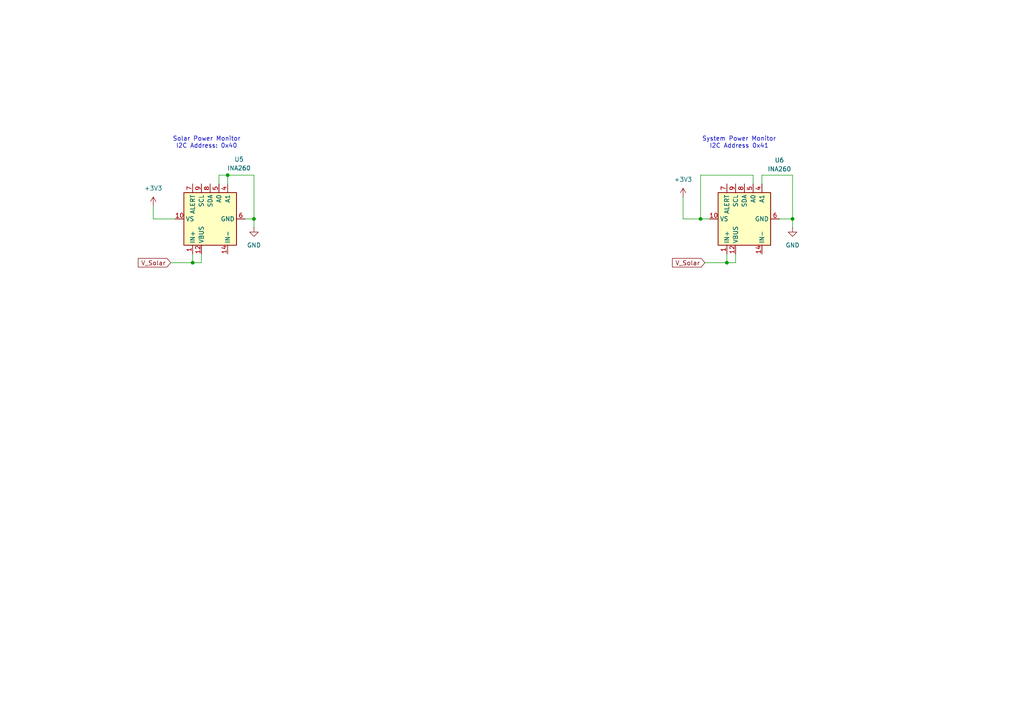
<source format=kicad_sch>
(kicad_sch (version 20250114) (generator "eeschema") (generator_version "9.0")
  (paper "A4")
  (lib_symbols
    (symbol "Sensor:INA260"
      (property "Reference" "U" (at -6.35 8.89 0))
      (property "Value" "INA260" (at 2.54 8.89 0))
      (symbol "INA260_0_1"
        (rectangle (start -7.62 7.62) (end 7.62 -7.62) (stroke (width 0.254)) (fill (type background)))
      )
      (symbol "INA260_1_1"
        (pin passive line (at -10.16 5.08 0) (length 2.54) (name "IN+") (number "1"))
        (pin passive line (at -10.16 5.08 0) (length 2.54) (hide yes) (name "IN+") (number "2"))
        (pin passive line (at -10.16 5.08 0) (length 2.54) (hide yes) (name "IN+") (number "3"))
        (pin passive line (at -10.16 2.54 0) (length 2.54) (name "VBUS") (number "12"))
        (pin passive line (at -10.16 -5.08 0) (length 2.54) (name "IN-") (number "14"))
        (pin passive line (at -10.16 -5.08 0) (length 2.54) (hide yes) (name "IN-") (number "15"))
        (pin passive line (at -10.16 -5.08 0) (length 2.54) (hide yes) (name "IN-") (number "16"))
        (pin power_in line (at 0 10.16 270) (length 2.54) (name "VS") (number "10"))
        (pin passive line (at 0 -10.16 90) (length 2.54) (hide yes) (name "GND") (number "11"))
        (pin power_in line (at 0 -10.16 90) (length 2.54) (name "GND") (number "6"))
        (pin no_connect line (at 2.54 -7.62 90) (length 2.54) (hide yes) (name "NC") (number "13"))
        (pin open_collector line (at 10.16 5.08 180) (length 2.54) (name "ALERT") (number "7"))
        (pin input line (at 10.16 2.54 180) (length 2.54) (name "SCL") (number "9"))
        (pin bidirectional line (at 10.16 0 180) (length 2.54) (name "SDA") (number "8"))
        (pin input line (at 10.16 -2.54 180) (length 2.54) (name "A0") (number "5"))
        (pin input line (at 10.16 -5.08 180) (length 2.54) (name "A1") (number "4"))
      )
    )
    (symbol "power:+3V3" (power) (pin_numbers (hide yes)) (pin_names (offset 0) (hide yes))
      (property "Value" "+3V3" (at 0 3.556 0))
      (symbol "+3V3_0_1"
        (polyline (pts (xy -0.762 1.27) (xy 0 2.54)))
        (polyline (pts (xy 0 2.54) (xy 0.762 1.27)))
        (polyline (pts (xy 0 0) (xy 0 2.54)))
      )
      (symbol "+3V3_1_1"
        (pin power_in line (at 0 0 90) (length 0) (name "~") (number "1"))
      )
    )
    (symbol "power:GND" (power) (pin_numbers (hide yes)) (pin_names (offset 0) (hide yes))
      (property "Value" "GND" (at 0 -3.81 0))
      (symbol "GND_0_1"
        (polyline (pts (xy 0 0) (xy 0 -1.27) (xy 1.27 -1.27) (xy 0 -2.54) (xy -1.27 -1.27) (xy 0 -1.27)))
      )
      (symbol "GND_1_1"
        (pin power_in line (at 0 0 270) (length 0) (name "~") (number "1"))
      )
    )
  )
  (text "Solar Power Monitor\nI2C Address: 0x40\n" (at 59.944 41.402 0) (effects (font (size 1.27 1.27))))
  (text "System Power Monitor\nI2C Address 0x41" (at 214.376 41.402 0) (effects (font (size 1.27 1.27))))
  (junction (at 73.66 63.5))
  (junction (at 229.87 63.5))
  (junction (at 210.82 76.2))
  (junction (at 55.88 76.2))
  (junction (at 203.2 63.5))
  (junction (at 66.04 50.8))
  (wire (pts (xy 66.04 50.8) (xy 73.66 50.8)))
  (wire (pts (xy 226.06 63.5) (xy 229.87 63.5)))
  (wire (pts (xy 203.2 50.8) (xy 203.2 63.5)))
  (wire (pts (xy 203.2 63.5) (xy 198.12 63.5)))
  (wire (pts (xy 63.5 50.8) (xy 66.04 50.8)))
  (wire (pts (xy 204.47 76.2) (xy 210.82 76.2)))
  (wire (pts (xy 63.5 53.34) (xy 63.5 50.8)))
  (wire (pts (xy 203.2 63.5) (xy 205.74 63.5)))
  (wire (pts (xy 71.12 63.5) (xy 73.66 63.5)))
  (wire (pts (xy 220.98 50.8) (xy 229.87 50.8)))
  (wire (pts (xy 198.12 63.5) (xy 198.12 57.15)))
  (wire (pts (xy 58.42 73.66) (xy 58.42 76.2)))
  (wire (pts (xy 218.44 50.8) (xy 203.2 50.8)))
  (wire (pts (xy 66.04 50.8) (xy 66.04 53.34)))
  (wire (pts (xy 220.98 53.34) (xy 220.98 50.8)))
  (wire (pts (xy 218.44 53.34) (xy 218.44 50.8)))
  (wire (pts (xy 58.42 76.2) (xy 55.88 76.2)))
  (wire (pts (xy 210.82 76.2) (xy 210.82 73.66)))
  (wire (pts (xy 213.36 73.66) (xy 213.36 76.2)))
  (wire (pts (xy 229.87 50.8) (xy 229.87 63.5)))
  (wire (pts (xy 229.87 63.5) (xy 229.87 66.04)))
  (wire (pts (xy 55.88 76.2) (xy 55.88 73.66)))
  (wire (pts (xy 49.53 76.2) (xy 55.88 76.2)))
  (wire (pts (xy 73.66 63.5) (xy 73.66 66.04)))
  (wire (pts (xy 213.36 76.2) (xy 210.82 76.2)))
  (wire (pts (xy 73.66 50.8) (xy 73.66 63.5)))
  (wire (pts (xy 44.45 59.69) (xy 44.45 63.5)))
  (wire (pts (xy 44.45 63.5) (xy 50.8 63.5)))
  (global_label "V_Solar" (shape input) (at 49.53 76.2 180) (property "Intersheetrefs" "${INTERSHEET_REFS}" (effects (hide yes))))
  (global_label "V_Solar" (shape input) (at 204.47 76.2 180) (property "Intersheetrefs" "${INTERSHEET_REFS}" (effects (hide yes))))
  (symbol (lib_id "power:+3V3") (at 44.45 59.69 0) (unit 1)
    (property "Reference" "#PWR028" (effects (hide yes)))
    (property "Value" "+3V3" (at 44.45 54.61 0))
    (property "Description" "Power symbol creates a global label with name \"+3V3\"" (effects (hide yes)))
  )
  (symbol (lib_id "power:GND") (at 73.66 66.04 0) (unit 1)
    (property "Reference" "#PWR026" (effects (hide yes)))
    (property "Value" "GND" (at 73.66 71.12 0))
    (property "Description" "Power symbol creates a global label with name \"GND\" , ground" (effects (hide yes)))
  )
  (symbol (lib_id "Sensor:INA260") (at 60.96 63.5 90) (unit 1)
    (property "Reference" "U5" (at 69.342 46.228 90))
    (property "Value" "INA260" (at 69.342 48.768 90))
    (property "Footprint" "Package_SO:TSSOP-16_4.4x5mm_P0.65mm" (effects (hide yes)))
    (property "Datasheet" "http://www.ti.com/lit/ds/symlink/ina260.pdf" (effects (hide yes)))
    (property "Description" "Current/power/voltage monitor with Integrated 2mΩ Shunt Resistor, 2.7V - 5.5V, I2C, TSSOP-16" (effects (hide yes)))
  )
  (symbol (lib_id "power:GND") (at 229.87 66.04 0) (unit 1)
    (property "Reference" "#PWR027" (effects (hide yes)))
    (property "Value" "GND" (at 229.87 71.12 0))
    (property "Description" "Power symbol creates a global label with name \"GND\" , ground" (effects (hide yes)))
  )
  (symbol (lib_id "power:+3V3") (at 198.12 57.15 0) (unit 1)
    (property "Reference" "#PWR030" (effects (hide yes)))
    (property "Value" "+3V3" (at 198.12 52.07 0))
    (property "Description" "Power symbol creates a global label with name \"+3V3\"" (effects (hide yes)))
  )
  (symbol (lib_id "Sensor:INA260") (at 215.9 63.5 90) (unit 1)
    (property "Reference" "U6" (at 226.06 46.482 90))
    (property "Value" "INA260" (at 226.06 49.022 90))
    (property "Footprint" "Package_SO:TSSOP-16_4.4x5mm_P0.65mm" (effects (hide yes)))
    (property "Datasheet" "http://www.ti.com/lit/ds/symlink/ina260.pdf" (effects (hide yes)))
    (property "Description" "Current/power/voltage monitor with Integrated 2mΩ Shunt Resistor, 2.7V - 5.5V, I2C, TSSOP-16" (effects (hide yes)))
  )
)
</source>
